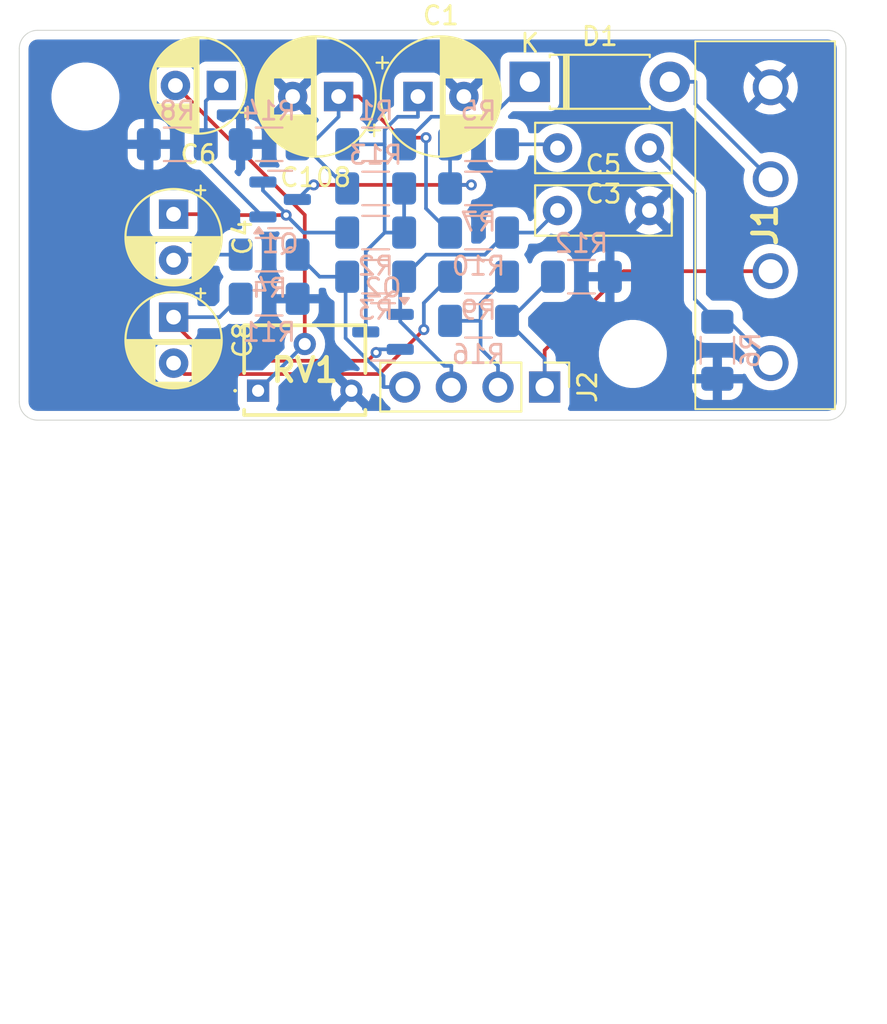
<source format=kicad_pcb>
(kicad_pcb (version 20240108) (generator "pcbnew") (generator_version "8.0")
  (title_block (title "EP Booster") (date "2025-02-23") (rev "1.0.0") (company "Miloš Garunović"))
  (layers (0 "F.Cu" signal) (31 "B.Cu" signal) (34 "B.Paste" user) (35 "F.Paste" user) (36 "B.SilkS" user "B.Silkscreen") (37 "F.SilkS" user "F.Silkscreen") (38 "B.Mask" user) (39 "F.Mask" user) (44 "Edge.Cuts" user))
  (net 0 "")
  (net 1 "GND")
  (net 2 "VA")
  (net 3 "Net-(C3-Pad2)")
  (net 4 "/IN")
  (net 5 "Net-(C4-Pad2)")
  (net 6 "Net-(Q1-D)")
  (net 7 "Net-(Q1-S)")
  (net 8 "Net-(Q2-E)")
  (net 9 "VB")
  (net 10 "Net-(D1-A)")
  (net 11 "Net-(D1-K)")
  (net 12 "/OUT")
  (net 13 "Net-(Q1-G)")
  (net 14 "Net-(J2-Pin_2)")
  (net 15 "/BRIGHT2")
  (net 16 "/BRIGHT1")
  (net 17 "Net-(C6-Pad2)")
  (net 18 "Net-(C8-Pad2)")
  (footprint "MountingHole:MountingHole_3.2mm_M3" (layer "F.Cu") (at 208 92.8)
    (property "Reference" "REF**" (hide yes))
    (property "Value" "MountingHole_3.2mm_M3")
    (pad "" np_thru_hole circle (at 0 0) (size 3.2 3.2) (drill 3.2) (layers "*.Cu" "*.Mask"))
  )
  (footprint "Capacitor_THT:CP_Radial_D5.0mm_P2.50mm" (layer "F.Cu") (at 183 90.8 -90)
    (property "Reference" "C8" (at 1.25 -3.75 90) (layer "F.SilkS"))
    (property "Value" "10uF")
    (pad "1" thru_hole rect (at 0 0 270) (size 1.6 1.6) (drill 0.8) (layers "*.Cu" "*.Mask") (net 8 "Net-(Q2-E)"))
    (pad "2" thru_hole circle (at 2.5 0 270) (size 1.6 1.6) (drill 0.8) (layers "*.Cu" "*.Mask") (net 18 "Net-(C8-Pad2)"))
  )
  (footprint "Diode_THT:D_DO-41_SOD81_P7.62mm_Horizontal" (layer "F.Cu") (at 202.39 78)
    (property "Reference" "D1" (at 3.81 -2.47 0) (layer "F.SilkS"))
    (property "Value" "1N5819")
    (fp_text user "K" (at 0 -2.1 0) (layer "F.SilkS"))
    (pad "1" thru_hole rect (at 0 0) (size 2.2 2.2) (drill 1.1) (layers "*.Cu" "*.Mask") (net 11 "Net-(D1-K)"))
    (pad "2" thru_hole oval (at 7.62 0) (size 2.2 2.2) (drill 1.1) (layers "*.Cu" "*.Mask") (net 10 "Net-(D1-A)"))
  )
  (footprint "Connector_PinHeader_2.54mm:PinHeader_1x04_P2.54mm_Vertical" (layer "F.Cu") (at 203.2 94.6 -90)
    (property "Reference" "J2" (at 0 -2.33 90) (layer "F.SilkS"))
    (property "Value" "Conn_01x04_Pin")
    (pad "1" thru_hole rect (at 0 0 270) (size 1.7 1.7) (drill 1) (layers "*.Cu" "*.Mask") (net 12 "/OUT"))
    (pad "2" thru_hole oval (at 0 2.54 270) (size 1.7 1.7) (drill 1) (layers "*.Cu" "*.Mask") (net 14 "Net-(J2-Pin_2)"))
    (pad "3" thru_hole oval (at 0 5.08 270) (size 1.7 1.7) (drill 1) (layers "*.Cu" "*.Mask") (net 15 "/BRIGHT2"))
    (pad "4" thru_hole oval (at 0 7.62 270) (size 1.7 1.7) (drill 1) (layers "*.Cu" "*.Mask") (net 16 "/BRIGHT1"))
  )
  (footprint "Capacitor_THT:CP_Radial_D5.0mm_P2.50mm" (layer "F.Cu") (at 183 85.2 -90)
    (property "Reference" "C4" (at 1.25 -3.75 90) (layer "F.SilkS"))
    (property "Value" "10uF")
    (pad "1" thru_hole rect (at 0 0 270) (size 1.6 1.6) (drill 0.8) (layers "*.Cu" "*.Mask") (net 6 "Net-(Q1-D)"))
    (pad "2" thru_hole circle (at 2.5 0 270) (size 1.6 1.6) (drill 0.8) (layers "*.Cu" "*.Mask") (net 5 "Net-(C4-Pad2)"))
  )
  (footprint "footprints:TB00250004BE" (layer "F.Cu") (at 215.5 93.3 90)
    (property "Reference" "J1" (at 7.5 -0.3 90) (layer "F.SilkS") (effects (font (size 1.27 1.27) (thickness 0.254))))
    (property "Value" "TB002-500-04BE" (hide yes))
    (pad "1" thru_hole circle (at 0 0 90) (size 1.95 1.95) (drill 1.3) (layers "*.Cu" "*.Mask") (net 4 "/IN"))
    (pad "2" thru_hole circle (at 5 0 90) (size 1.95 1.95) (drill 1.3) (layers "*.Cu" "*.Mask") (net 12 "/OUT"))
    (pad "3" thru_hole circle (at 10 0 90) (size 1.95 1.95) (drill 1.3) (layers "*.Cu" "*.Mask") (net 10 "Net-(D1-A)"))
    (pad "4" thru_hole circle (at 15 0 90) (size 1.95 1.95) (drill 1.3) (layers "*.Cu" "*.Mask") (net 1 "GND"))
  )
  (footprint "Capacitor_THT:CP_Radial_D6.3mm_P2.50mm" (layer "F.Cu") (at 191.9824 78.8 180)
    (property "Reference" "C108" (at 1.25 -4.4 0) (layer "F.SilkS"))
    (property "Value" "47uF")
    (pad "1" thru_hole rect (at 0 0 180) (size 1.6 1.6) (drill 0.8) (layers "*.Cu" "*.Mask") (net 9 "VB"))
    (pad "2" thru_hole circle (at 2.5 0 180) (size 1.6 1.6) (drill 0.8) (layers "*.Cu" "*.Mask") (net 1 "GND"))
  )
  (footprint "MountingHole:MountingHole_3.2mm_M3" (layer "F.Cu") (at 178.2 78.8)
    (property "Reference" "REF**" (hide yes))
    (property "Value" "MountingHole_3.2mm_M3" (hide yes))
    (pad "" np_thru_hole circle (at 0 0) (size 3.2 3.2) (drill 3.2) (layers "*.Cu" "*.Mask"))
  )
  (footprint "Capacitor_THT:CP_Radial_D6.3mm_P2.50mm" (layer "F.Cu") (at 196.3 78.8)
    (property "Reference" "C1" (at 1.25 -4.4 0) (layer "F.SilkS"))
    (property "Value" "47uF")
    (pad "1" thru_hole rect (at 0 0) (size 1.6 1.6) (drill 0.8) (layers "*.Cu" "*.Mask") (net 2 "VA"))
    (pad "2" thru_hole circle (at 2.5 0) (size 1.6 1.6) (drill 0.8) (layers "*.Cu" "*.Mask") (net 1 "GND"))
  )
  (footprint "Capacitor_THT:CP_Radial_D5.0mm_P2.50mm" (layer "F.Cu") (at 185.6 78.2 180)
    (property "Reference" "C6" (at 1.25 -3.75 0) (layer "F.SilkS"))
    (property "Value" "10uF")
    (pad "1" thru_hole rect (at 0 0 180) (size 1.6 1.6) (drill 0.8) (layers "*.Cu" "*.Mask") (net 7 "Net-(Q1-S)"))
    (pad "2" thru_hole circle (at 2.5 0 180) (size 1.6 1.6) (drill 0.8) (layers "*.Cu" "*.Mask") (net 17 "Net-(C6-Pad2)"))
  )
  (footprint "footprints:3362S1103LF" (layer "F.Cu") (at 187.6 94.8)
    (property "Reference" "RV1" (at 2.54 -1.12 0) (layer "F.SilkS") (effects (font (size 1.27 1.27) (thickness 0.254))))
    (property "Value" "10kC" (hide yes))
    (pad "1" thru_hole rect (at 0 0) (size 1.21 1.21) (drill 0.66) (layers "*.Cu" "*.Mask") (net 17 "Net-(C6-Pad2)"))
    (pad "2" thru_hole circle (at 2.54 -2.54) (size 1.21 1.21) (drill 0.66) (layers "*.Cu" "*.Mask") (net 17 "Net-(C6-Pad2)"))
    (pad "3" thru_hole circle (at 5.08 0) (size 1.21 1.21) (drill 0.66) (layers "*.Cu" "*.Mask") (net 1 "GND"))
  )
  (footprint "Capacitor_THT:C_Rect_L7.2mm_W2.5mm_P5.00mm_FKS2_FKP2_MKS2_MKP2" (layer "F.Cu") (at 208.9 81.6 180)
    (property "Reference" "C3" (at 2.5 -2.5 0) (layer "F.SilkS"))
    (property "Value" "47nF")
    (pad "1" thru_hole circle (at 0 0 180) (size 1.6 1.6) (drill 0.8) (layers "*.Cu" "*.Mask") (net 4 "/IN"))
    (pad "2" thru_hole circle (at 5 0 180) (size 1.6 1.6) (drill 0.8) (layers "*.Cu" "*.Mask") (net 3 "Net-(C3-Pad2)"))
  )
  (footprint "Capacitor_THT:C_Rect_L7.2mm_W2.5mm_P5.00mm_FKS2_FKP2_MKS2_MKP2" (layer "F.Cu") (at 203.9 85)
    (property "Reference" "C5" (at 2.5 -2.5 0) (layer "F.SilkS"))
    (property "Value" "3n3")
    (pad "1" thru_hole circle (at 0 0) (size 1.6 1.6) (drill 0.8) (layers "*.Cu" "*.Mask") (net 15 "/BRIGHT2"))
    (pad "2" thru_hole circle (at 5 0) (size 1.6 1.6) (drill 0.8) (layers "*.Cu" "*.Mask") (net 1 "GND"))
  )
  (footprint "Resistor_SMD:R_1206_3216Metric_Pad1.30x1.75mm_HandSolder" (layer "B.Cu") (at 194 86.2)
    (property "Reference" "R2" (at 0 1.82 0) (layer "B.SilkS") (effects (justify mirror)))
    (property "Value" "8K2")
    (pad "1" smd roundrect (at -1.55 0) (size 1.3 1.75) (layers "B.Cu" "B.Paste" "B.Mask") (roundrect_rratio 0.192308) (net 6 "Net-(Q1-D)"))
    (pad "2" smd roundrect (at 1.55 0) (size 1.3 1.75) (layers "B.Cu" "B.Paste" "B.Mask") (roundrect_rratio 0.192308) (net 2 "VA"))
  )
  (footprint "Resistor_SMD:R_1206_3216Metric_Pad1.30x1.75mm_HandSolder" (layer "B.Cu") (at 199.6 88.6)
    (property "Reference" "R9" (at 0 1.82 0) (layer "B.SilkS") (effects (justify mirror)))
    (property "Value" "100")
    (pad "1" smd roundrect (at -1.55 0) (size 1.3 1.75) (layers "B.Cu" "B.Paste" "B.Mask") (roundrect_rratio 0.192308) (net 18 "Net-(C8-Pad2)"))
    (pad "2" smd roundrect (at 1.55 0) (size 1.3 1.75) (layers "B.Cu" "B.Paste" "B.Mask") (roundrect_rratio 0.192308) (net 14 "Net-(J2-Pin_2)"))
  )
  (footprint "Resistor_SMD:R_1206_3216Metric_Pad1.30x1.75mm_HandSolder" (layer "B.Cu") (at 199.6 83.8)
    (property "Reference" "R7" (at 0 1.82 0) (layer "B.SilkS") (effects (justify mirror)))
    (property "Value" "1M")
    (pad "1" smd roundrect (at -1.55 0) (size 1.3 1.75) (layers "B.Cu" "B.Paste" "B.Mask") (roundrect_rratio 0.192308) (net 13 "Net-(Q1-G)"))
    (pad "2" smd roundrect (at 1.55 0) (size 1.3 1.75) (layers "B.Cu" "B.Paste" "B.Mask") (roundrect_rratio 0.192308) (net 1 "GND"))
  )
  (footprint "Resistor_SMD:R_1206_3216Metric_Pad1.30x1.75mm_HandSolder" (layer "B.Cu") (at 212.6 92.6 90)
    (property "Reference" "R6" (at 0 1.82 90) (layer "B.SilkS") (effects (justify mirror)))
    (property "Value" "1M")
    (pad "1" smd roundrect (at -1.55 0 90) (size 1.3 1.75) (layers "B.Cu" "B.Paste" "B.Mask") (roundrect_rratio 0.192308) (net 1 "GND"))
    (pad "2" smd roundrect (at 1.55 0 90) (size 1.3 1.75) (layers "B.Cu" "B.Paste" "B.Mask") (roundrect_rratio 0.192308) (net 4 "/IN"))
  )
  (footprint "Resistor_SMD:R_1206_3216Metric_Pad1.30x1.75mm_HandSolder" (layer "B.Cu") (at 188.2 89.8)
    (property "Reference" "R11" (at 0 1.82 0) (layer "B.SilkS") (effects (justify mirror)))
    (property "Value" "10K")
    (pad "1" smd roundrect (at -1.55 0) (size 1.3 1.75) (layers "B.Cu" "B.Paste" "B.Mask") (roundrect_rratio 0.192308) (net 8 "Net-(Q2-E)"))
    (pad "2" smd roundrect (at 1.55 0) (size 1.3 1.75) (layers "B.Cu" "B.Paste" "B.Mask") (roundrect_rratio 0.192308) (net 1 "GND"))
  )
  (footprint "Package_TO_SOT_SMD:SOT-23" (layer "B.Cu") (at 188.8 84.4)
    (property "Reference" "Q1" (at 0 2.4 0) (layer "B.SilkS") (effects (justify mirror)))
    (property "Value" "MMBF5457")
    (pad "1" smd roundrect (at -0.9375 0.95) (size 1.475 0.6) (layers "B.Cu" "B.Paste" "B.Mask") (net 7 "Net-(Q1-S)"))
    (pad "2" smd roundrect (at -0.9375 -0.95) (size 1.475 0.6) (layers "B.Cu" "B.Paste" "B.Mask") (net 6 "Net-(Q1-D)"))
    (pad "3" smd roundrect (at 0.9375 0) (size 1.475 0.6) (layers "B.Cu" "B.Paste" "B.Mask") (net 13 "Net-(Q1-G)"))
  )
  (footprint "Resistor_SMD:R_1206_3216Metric_Pad1.30x1.75mm_HandSolder" (layer "B.Cu") (at 188.2 87.4)
    (property "Reference" "R4" (at 0 1.82 0) (layer "B.SilkS") (effects (justify mirror)))
    (property "Value" "1K")
    (pad "1" smd roundrect (at -1.55 0) (size 1.3 1.75) (layers "B.Cu" "B.Paste" "B.Mask") (roundrect_rratio 0.192308) (net 5 "Net-(C4-Pad2)"))
    (pad "2" smd roundrect (at 1.55 0) (size 1.3 1.75) (layers "B.Cu" "B.Paste" "B.Mask") (roundrect_rratio 0.192308) (net 16 "/BRIGHT1"))
  )
  (footprint "Package_TO_SOT_SMD:SOT-23" (layer "B.Cu") (at 194.4 91.6 180)
    (property "Reference" "Q2" (at 0 2.4 0) (layer "B.SilkS") (effects (justify mirror)))
    (property "Value" "BC849C")
    (pad "1" smd roundrect (at -0.9375 0.95 180) (size 1.475 0.6) (layers "B.Cu" "B.Paste" "B.Mask") (net 15 "/BRIGHT2"))
    (pad "2" smd roundrect (at -0.9375 -0.95 180) (size 1.475 0.6) (layers "B.Cu" "B.Paste" "B.Mask") (net 8 "Net-(Q2-E)"))
    (pad "3" smd roundrect (at 0.9375 0 180) (size 1.475 0.6) (layers "B.Cu" "B.Paste" "B.Mask") (net 2 "VA"))
  )
  (footprint "Resistor_SMD:R_1206_3216Metric_Pad1.30x1.75mm_HandSolder" (layer "B.Cu") (at 194 88.6)
    (property "Reference" "R3" (at 0 1.82 0) (layer "B.SilkS") (effects (justify mirror)))
    (property "Value" "15K")
    (pad "1" smd roundrect (at -1.55 0) (size 1.3 1.75) (layers "B.Cu" "B.Paste" "B.Mask") (roundrect_rratio 0.192308) (net 16 "/BRIGHT1"))
    (pad "2" smd roundrect (at 1.55 0) (size 1.3 1.75) (layers "B.Cu" "B.Paste" "B.Mask") (roundrect_rratio 0.192308) (net 15 "/BRIGHT2"))
  )
  (footprint "Resistor_SMD:R_1206_3216Metric_Pad1.30x1.75mm_HandSolder" (layer "B.Cu") (at 199.6 86.2)
    (property "Reference" "R10" (at 0 1.82 0) (layer "B.SilkS") (effects (justify mirror)))
    (property "Value" "1M")
    (pad "1" smd roundrect (at -1.55 0) (size 1.3 1.75) (layers "B.Cu" "B.Paste" "B.Mask") (roundrect_rratio 0.192308) (net 9 "VB"))
    (pad "2" smd roundrect (at 1.55 0) (size 1.3 1.75) (layers "B.Cu" "B.Paste" "B.Mask") (roundrect_rratio 0.192308) (net 15 "/BRIGHT2"))
  )
  (footprint "Resistor_SMD:R_1206_3216Metric_Pad1.30x1.75mm_HandSolder" (layer "B.Cu") (at 205.2 88.6 180)
    (property "Reference" "R12" (at 0 1.82 0) (layer "B.SilkS") (effects (justify mirror)))
    (property "Value" "47K")
    (pad "1" smd roundrect (at -1.55 0 180) (size 1.3 1.75) (layers "B.Cu" "B.Paste" "B.Mask") (roundrect_rratio 0.192308) (net 1 "GND"))
    (pad "2" smd roundrect (at 1.55 0 180) (size 1.3 1.75) (layers "B.Cu" "B.Paste" "B.Mask") (roundrect_rratio 0.192308) (net 12 "/OUT"))
  )
  (footprint "Resistor_SMD:R_1206_3216Metric_Pad1.30x1.75mm_HandSolder" (layer "B.Cu") (at 194 81.4 180)
    (property "Reference" "R1" (at 0 1.82 0) (layer "B.SilkS") (effects (justify mirror)))
    (property "Value" "390")
    (pad "1" smd roundrect (at -1.55 0 180) (size 1.3 1.75) (layers "B.Cu" "B.Paste" "B.Mask") (roundrect_rratio 0.192308) (net 11 "Net-(D1-K)"))
    (pad "2" smd roundrect (at 1.55 0 180) (size 1.3 1.75) (layers "B.Cu" "B.Paste" "B.Mask") (roundrect_rratio 0.192308) (net 2 "VA"))
  )
  (footprint "Resistor_SMD:R_1206_3216Metric_Pad1.30x1.75mm_HandSolder" (layer "B.Cu") (at 188.2 81.4 180)
    (property "Reference" "R14" (at 0 1.82 0) (layer "B.SilkS") (effects (justify mirror)))
    (property "Value" "10K")
    (pad "1" smd roundrect (at -1.55 0 180) (size 1.3 1.75) (layers "B.Cu" "B.Paste" "B.Mask") (roundrect_rratio 0.192308) (net 9 "VB"))
    (pad "2" smd roundrect (at 1.55 0 180) (size 1.3 1.75) (layers "B.Cu" "B.Paste" "B.Mask") (roundrect_rratio 0.192308) (net 1 "GND"))
  )
  (footprint "Resistor_SMD:R_1206_3216Metric_Pad1.30x1.75mm_HandSolder" (layer "B.Cu") (at 194 83.8 180)
    (property "Reference" "R13" (at 0 1.82 0) (layer "B.SilkS") (effects (justify mirror)))
    (property "Value" "10K")
    (pad "1" smd roundrect (at -1.55 0 180) (size 1.3 1.75) (layers "B.Cu" "B.Paste" "B.Mask") (roundrect_rratio 0.192308) (net 2 "VA"))
    (pad "2" smd roundrect (at 1.55 0 180) (size 1.3 1.75) (layers "B.Cu" "B.Paste" "B.Mask") (roundrect_rratio 0.192308) (net 9 "VB"))
  )
  (footprint "Resistor_SMD:R_1206_3216Metric_Pad1.30x1.75mm_HandSolder" (layer "B.Cu") (at 199.6 91)
    (property "Reference" "R16" (at 0 1.82 0) (layer "B.SilkS") (effects (justify mirror)))
    (property "Value" "18K")
    (pad "1" smd roundrect (at -1.55 0) (size 1.3 1.75) (layers "B.Cu" "B.Paste" "B.Mask") (roundrect_rratio 0.192308) (net 14 "Net-(J2-Pin_2)"))
    (pad "2" smd roundrect (at 1.55 0) (size 1.3 1.75) (layers "B.Cu" "B.Paste" "B.Mask") (roundrect_rratio 0.192308) (net 12 "/OUT"))
  )
  (footprint "Resistor_SMD:R_1206_3216Metric_Pad1.30x1.75mm_HandSolder" (layer "B.Cu") (at 199.6 81.4 180)
    (property "Reference" "R5" (at 0 1.82 0) (layer "B.SilkS") (effects (justify mirror)))
    (property "Value" "33K")
    (pad "1" smd roundrect (at -1.55 0 180) (size 1.3 1.75) (layers "B.Cu" "B.Paste" "B.Mask") (roundrect_rratio 0.192308) (net 3 "Net-(C3-Pad2)"))
    (pad "2" smd roundrect (at 1.55 0 180) (size 1.3 1.75) (layers "B.Cu" "B.Paste" "B.Mask") (roundrect_rratio 0.192308) (net 13 "Net-(Q1-G)"))
  )
  (footprint "Resistor_SMD:R_1206_3216Metric_Pad1.30x1.75mm_HandSolder" (layer "B.Cu") (at 183.2 81.4 180)
    (property "Reference" "R8" (at 0 1.82 360) (layer "B.SilkS") (effects (justify mirror)))
    (property "Value" "4K7")
    (pad "1" smd roundrect (at -1.55 0 180) (size 1.3 1.75) (layers "B.Cu" "B.Paste" "B.Mask") (roundrect_rratio 0.192308) (net 7 "Net-(Q1-S)"))
    (pad "2" smd roundrect (at 1.55 0 180) (size 1.3 1.75) (layers "B.Cu" "B.Paste" "B.Mask") (roundrect_rratio 0.192308) (net 1 "GND"))
  )
  (gr_arc (start 175.6 96.4) (mid 174.892893 96.107107) (end 174.6 95.4) (stroke (width 0.05)) (layer "Edge.Cuts"))
  (gr_arc (start 219.6 95.4) (mid 219.307107 96.107107) (end 218.6 96.4) (stroke (width 0.05)) (layer "Edge.Cuts"))
  (gr_arc (start 174.6 76.2) (mid 174.892893 75.492893) (end 175.6 75.2) (stroke (width 0.05)) (layer "Edge.Cuts"))
  (gr_line (start 175.6 75.2) (end 218.6 75.2) (stroke (width 0.05)) (layer "Edge.Cuts"))
  (gr_line (start 218.6 96.4) (end 175.6 96.4) (stroke (width 0.05)) (layer "Edge.Cuts"))
  (gr_line (start 174.6 95.4) (end 174.6 76.2) (stroke (width 0.05)) (layer "Edge.Cuts"))
  (gr_line (start 219.6 76.2) (end 219.6 95.4) (stroke (width 0.05)) (layer "Edge.Cuts"))
  (gr_arc (start 218.6 75.2) (mid 219.307107 75.492893) (end 219.6 76.2) (stroke (width 0.05)) (layer "Edge.Cuts"))
  (segment (start 194.4883 81.4) (end 192.45 81.4) (width 0.2) (layer "B.Cu") (net 2))
  (segment (start 194.4883 86.2) (end 195.55 86.2) (width 0.2) (layer "B.Cu") (net 2))
  (segment (start 196.3 79.9017) (end 195.1983 79.9017) (width 0.2) (layer "B.Cu") (net 2))
  (segment (start 194.4883 81.4) (end 194.4883 86.2) (width 0.2) (layer "B.Cu") (net 2))
  (segment (start 193.4625 91.6) (end 193.4625 87.2258) (width 0.2) (layer "B.Cu") (net 2))
  (segment (start 195.1983 79.9017) (end 194.4883 80.6117) (width 0.2) (layer "B.Cu") (net 2))
  (segment (start 196.3 78.8) (end 196.3 79.9017) (width 0.2) (layer "B.Cu") (net 2))
  (segment (start 194.4883 80.6117) (end 194.4883 81.4) (width 0.2) (layer "B.Cu") (net 2))
  (segment (start 195.55 86.2) (end 195.55 83.8) (width 0.2) (layer "B.Cu") (net 2))
  (segment (start 193.4625 87.2258) (end 194.4883 86.2) (width 0.2) (layer "B.Cu") (net 2))
  (segment (start 203.7 81.4) (end 203.9 81.6) (width 0.2) (layer "B.Cu") (net 3))
  (segment (start 201.15 81.4) (end 203.7 81.4) (width 0.2) (layer "B.Cu") (net 3))
  (segment (start 212.6 91.05) (end 213.25 91.05) (width 0.2) (layer "B.Cu") (net 4))
  (segment (start 213.25 91.05) (end 215.5 93.3) (width 0.2) (layer "B.Cu") (net 4))
  (segment (start 211.378 84.0779) (end 211.378 89.828) (width 0.2) (layer "B.Cu") (net 4))
  (segment (start 211.3779 84.0779) (end 211.378 84.0779) (width 0.2) (layer "B.Cu") (net 4))
  (segment (start 211.378 89.828) (end 212.6 91.05) (width 0.2) (layer "B.Cu") (net 4))
  (segment (start 208.9 81.6) (end 211.3779 84.0779) (width 0.2) (layer "B.Cu") (net 4))
  (segment (start 186.65 87.4) (end 183.3 87.4) (width 0.2) (layer "B.Cu") (net 5))
  (segment (start 183.3 87.4) (end 183 87.7) (width 0.2) (layer "B.Cu") (net 5))
  (segment (start 185.4515 85.2502) (end 189.1257 85.2502) (width 0.2) (layer "F.Cu") (net 6))
  (segment (start 183 85.2) (end 185.4013 85.2) (width 0.2) (layer "F.Cu") (net 6))
  (segment (start 185.4013 85.2) (end 185.4515 85.2502) (width 0.2) (layer "F.Cu") (net 6))
  (via (at 189.1257 85.2502) (size 0.6) (drill 0.3) (layers "F.Cu" "B.Cu") (net 6))
  (segment (start 187.8625 83.45) (end 187.8625 83.9125) (width 0.2) (layer "B.Cu") (net 6))
  (segment (start 189.1257 85.2502) (end 190.0755 86.2) (width 0.2) (layer "B.Cu") (net 6))
  (segment (start 189.1257 85.1757) (end 189.1257 85.2502) (width 0.2) (layer "B.Cu") (net 6))
  (segment (start 187.8625 83.9125) (end 189.1257 85.1757) (width 0.2) (layer "B.Cu") (net 6))
  (segment (start 190.0755 86.2) (end 192.45 86.2) (width 0.2) (layer "B.Cu") (net 6))
  (segment (start 184.75 81.4) (end 184.75 82.2375) (width 0.2) (layer "B.Cu") (net 7))
  (segment (start 184.75 82.2375) (end 187.8625 85.35) (width 0.2) (layer "B.Cu") (net 7))
  (segment (start 184.75 79.05) (end 184.75 81.4) (width 0.2) (layer "B.Cu") (net 7))
  (segment (start 185.6 78.2) (end 184.75 79.05) (width 0.2) (layer "B.Cu") (net 7))
  (segment (start 183 91.0983) (end 185.074 93.1723) (width 0.2) (layer "F.Cu") (net 8))
  (segment (start 183 90.8) (end 183 91.0983) (width 0.2) (layer "F.Cu") (net 8))
  (segment (start 193.576 93.1723) (end 194.0237 92.7246) (width 0.2) (layer "F.Cu") (net 8))
  (segment (start 185.074 93.1723) (end 193.576 93.1723) (width 0.2) (layer "F.Cu") (net 8))
  (via (at 194.0237 92.7246) (size 0.6) (drill 0.3) (layers "F.Cu" "B.Cu") (net 8))
  (segment (start 194.1983 92.55) (end 194.0237 92.7246) (width 0.2) (layer "B.Cu") (net 8))
  (segment (start 186.5017 89.8) (end 186.65 89.8) (width 0.2) (layer "B.Cu") (net 8))
  (segment (start 195.3375 92.55) (end 194.1983 92.55) (width 0.2) (layer "B.Cu") (net 8))
  (segment (start 185.5017 90.8) (end 186.5017 89.8) (width 0.2) (layer "B.Cu") (net 8))
  (segment (start 183 90.8) (end 185.5017 90.8) (width 0.2) (layer "B.Cu") (net 8))
  (segment (start 195.3236 81.0395) (end 196.74 81.0395) (width 0.2) (layer "F.Cu") (net 9))
  (segment (start 191.9824 78.8) (end 193.0841 78.8) (width 0.2) (layer "F.Cu") (net 9))
  (segment (start 193.0841 78.8) (end 195.3236 81.0395) (width 0.2) (layer "F.Cu") (net 9))
  (via (at 196.74 81.0395) (size 0.6) (drill 0.3) (layers "F.Cu" "B.Cu") (net 9))
  (segment (start 191.9824 78.8) (end 191.9824 79.9017) (width 0.2) (layer "B.Cu") (net 9))
  (segment (start 190.3479 81.6979) (end 190.3479 81.5362) (width 0.2) (layer "B.Cu") (net 9))
  (segment (start 189.8862 81.5362) (end 189.75 81.4) (width 0.2) (layer "B.Cu") (net 9))
  (segment (start 196.74 81.0395) (end 196.74 84.89) (width 0.2) (layer "B.Cu") (net 9))
  (segment (start 190.3479 81.5362) (end 191.9824 79.9017) (width 0.2) (layer "B.Cu") (net 9))
  (segment (start 196.74 84.89) (end 198.05 86.2) (width 0.2) (layer "B.Cu") (net 9))
  (segment (start 190.3479 81.5362) (end 189.8862 81.5362) (width 0.2) (layer "B.Cu") (net 9))
  (segment (start 192.45 83.8) (end 190.3479 81.6979) (width 0.2) (layer "B.Cu") (net 9))
  (segment (start 215.5 83.3) (end 211.4117 79.2117) (width 0.2) (layer "B.Cu") (net 10))
  (segment (start 211.4117 79.2117) (end 211.4117 78) (width 0.2) (layer "B.Cu") (net 10))
  (segment (start 210.01 78) (end 211.4117 78) (width 0.2) (layer "B.Cu") (net 10))
  (segment (start 195.55 81.3787) (end 195.55 81.4) (width 0.2) (layer "B.Cu") (net 11))
  (segment (start 202.2 78) (end 200.3 79.9) (width 0.2) (layer "B.Cu") (net 11))
  (segment (start 200.3 79.9) (end 197.0287 79.9) (width 0.2) (layer "B.Cu") (net 11))
  (segment (start 202.39 78) (end 202.2 78) (width 0.2) (layer "B.Cu") (net 11))
  (segment (start 197.0287 79.9) (end 195.55 81.3787) (width 0.2) (layer "B.Cu") (net 11))
  (segment (start 203.2 92.6) (end 203.2 94.6) (width 0.2) (layer "F.Cu") (net 12))
  (segment (start 207.5 88.3) (end 203.2 92.6) (width 0.2) (layer "F.Cu") (net 12))
  (segment (start 215.5 88.3) (end 207.5 88.3) (width 0.2) (layer "F.Cu") (net 12))
  (segment (start 203.2 93.05) (end 203.2 94.6) (width 0.2) (layer "B.Cu") (net 12))
  (segment (start 201.15 91) (end 201.2 91.05) (width 0.2) (layer "B.Cu") (net 12))
  (segment (start 201.2 91.05) (end 203.2 93.05) (width 0.2) (layer "B.Cu") (net 12))
  (segment (start 203.65 88.6) (end 201.2 91.05) (width 0.2) (layer "B.Cu") (net 12))
  (segment (start 190.6297 83.6078) (end 199.2044 83.6078) (width 0.2) (layer "F.Cu") (net 13))
  (via (at 190.6297 83.6078) (size 0.6) (drill 0.3) (layers "F.Cu" "B.Cu") (net 13))
  (via (at 199.2044 83.6078) (size 0.6) (drill 0.3) (layers "F.Cu" "B.Cu") (net 13))
  (segment (start 198.05 83.6078) (end 198.05 83.8) (width 0.2) (layer "B.Cu") (net 13))
  (segment (start 190.5297 83.6078) (end 189.7375 84.4) (width 0.2) (layer "B.Cu") (net 13))
  (segment (start 190.6297 83.6078) (end 190.5297 83.6078) (width 0.2) (layer "B.Cu") (net 13))
  (segment (start 198.05 83.6078) (end 199.2044 83.6078) (width 0.2) (layer "B.Cu") (net 13))
  (segment (start 198.05 81.4) (end 198.05 83.6078) (width 0.2) (layer "B.Cu") (net 13))
  (segment (start 198.05 91) (end 199.7125 91) (width 0.2) (layer "B.Cu") (net 14))
  (segment (start 199.7125 91) (end 199.7125 92.5008) (width 0.2) (layer "B.Cu") (net 14))
  (segment (start 201.15 88.6) (end 199.7125 90.0375) (width 0.2) (layer "B.Cu") (net 14))
  (segment (start 199.7125 90.0375) (end 199.7125 91) (width 0.2) (layer "B.Cu") (net 14))
  (segment (start 200.66 94.6) (end 200.66 93.4483) (width 0.2) (layer "B.Cu") (net 14))
  (segment (start 199.7125 92.5008) (end 200.66 93.4483) (width 0.2) (layer "B.Cu") (net 14))
  (segment (start 198.12 94.6) (end 198.12 93.4483) (width 0.2) (layer "B.Cu") (net 15))
  (segment (start 202.7 86.2) (end 203.9 85) (width 0.2) (layer "B.Cu") (net 15))
  (segment (start 195.3375 90.65) (end 195.3375 91.0417) (width 0.2) (layer "B.Cu") (net 15))
  (segment (start 195.3375 91.0417) (end 197.7441 93.4483) (width 0.2) (layer "B.Cu") (net 15))
  (segment (start 195.55 88.6) (end 195.3375 88.8125) (width 0.2) (layer "B.Cu") (net 15))
  (segment (start 197.7441 93.4483) (end 198.12 93.4483) (width 0.2) (layer "B.Cu") (net 15))
  (segment (start 201.15 86.2) (end 202.7 86.2) (width 0.2) (layer "B.Cu") (net 15))
  (segment (start 199.95 87.4) (end 196.75 87.4) (width 0.2) (layer "B.Cu") (net 15))
  (segment (start 201.15 86.2) (end 199.95 87.4) (width 0.2) (layer "B.Cu") (net 15))
  (segment (start 196.75 87.4) (end 195.55 88.6) (width 0.2) (layer "B.Cu") (net 15))
  (segment (start 195.3375 88.8125) (end 195.3375 90.65) (width 0.2) (layer "B.Cu") (net 15))
  (segment (start 190.95 88.6) (end 189.75 87.4) (width 0.2) (layer "B.Cu") (net 16))
  (segment (start 192.45 88.6) (end 190.95 88.6) (width 0.2) (layer "B.Cu") (net 16))
  (segment (start 192.3631 91.9402) (end 194.4283 94.0054) (width 0.2) (layer "B.Cu") (net 16))
  (segment (start 194.4283 94.0054) (end 194.4283 94.6) (width 0.2) (layer "B.Cu") (net 16))
  (segment (start 195.58 94.6) (end 194.4283 94.6) (width 0.2) (layer "B.Cu") (net 16))
  (segment (start 192.45 88.6) (end 192.3631 88.6869) (width 0.2) (layer "B.Cu") (net 16))
  (segment (start 192.3631 88.6869) (end 192.3631 91.9402) (width 0.2) (layer "B.Cu") (net 16))
  (segment (start 183.1 78.2) (end 190.14 85.24) (width 0.2) (layer "F.Cu") (net 17))
  (segment (start 190.14 85.24) (end 190.14 92.26) (width 0.2) (layer "F.Cu") (net 17))
  (segment (start 187.6 94.8) (end 190.14 92.26) (width 0.2) (layer "B.Cu") (net 17))
  (segment (start 194.2067 93.8933) (end 183.5933 93.8933) (width 0.2) (layer "F.Cu") (net 18))
  (segment (start 196.6233 91.4767) (end 194.2067 93.8933) (width 0.2) (layer "F.Cu") (net 18))
  (segment (start 183.5933 93.8933) (end 183 93.3) (width 0.2) (layer "F.Cu") (net 18))
  (via (at 196.6233 91.4767) (size 0.6) (drill 0.3) (layers "F.Cu" "B.Cu") (net 18))
  (segment (start 198.05 88.6) (end 196.6233 90.0267) (width 0.2) (layer "B.Cu") (net 18))
  (segment (start 196.6233 90.0267) (end 196.6233 91.4767) (width 0.2) (layer "B.Cu") (net 18))
  (zone (net 1) (net_name "GND") (layer "B.Cu") (connect_pads (clearance 0.5)) (min_thickness 0.25) (fill yes (thermal_gap 0.5) (thermal_bridge_width 0.5))
    (polygon (pts (xy 219.6 75.2) (xy 219.6 96.4) (xy 174.6 96.4) (xy 174.6 75.2)))
  )
)
</source>
